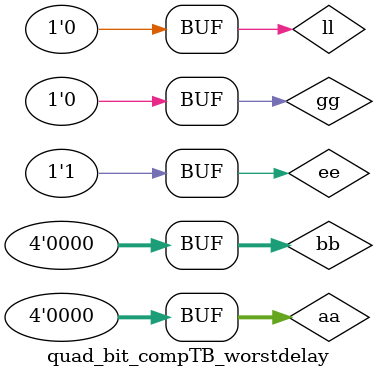
<source format=sv>
`timescale 1ns/1ns
module quad_bit_compTB_worstdelay();
	logic [3:0] aa=4'b0000,bb=4'b0000;
	logic ll=0,ee=1,gg=0;
	wire ltout,eqout,gtout;
	quad_comparator CUT1(aa,bb,ee,ll,gg,gtout,ltout,eqout);
	initial begin
	#800;
	#800 aa=4'b0001;
	#800 aa=4'b0000;
	#800 bb=4'b0001;
	#800 bb=4'b0000;
	#800;
	end
endmodule

</source>
